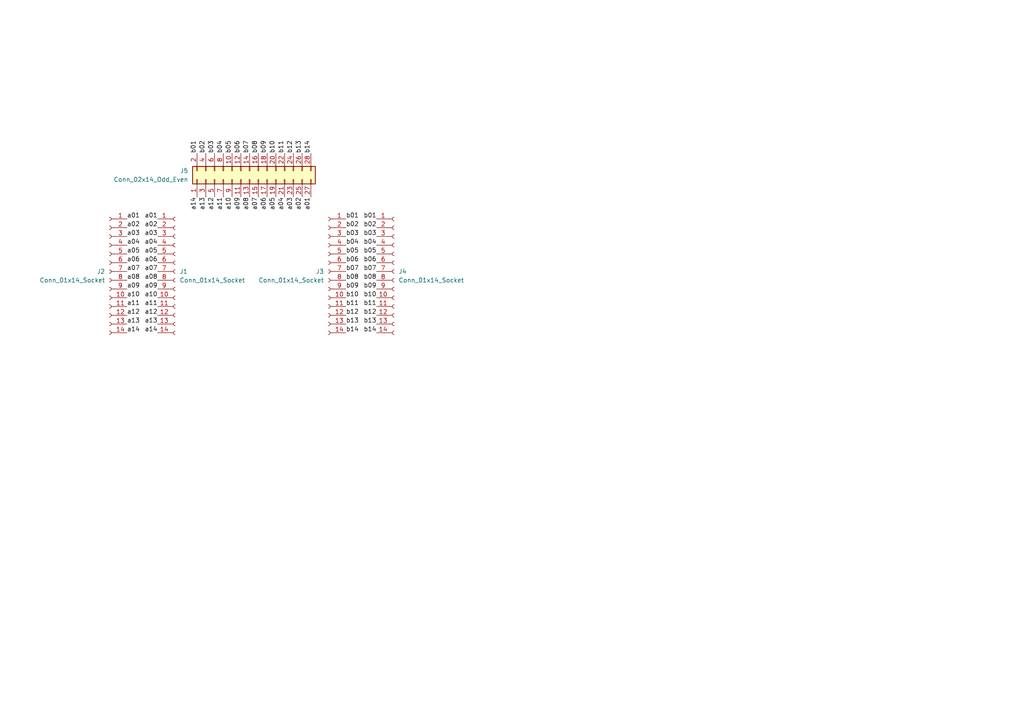
<source format=kicad_sch>
(kicad_sch (version 20231120) (generator "eeschema") (generator_version "8.0")
  (paper "A4")
  (lib_symbols
    (symbol "Connector:Conn_01x14_Socket" (pin_names (offset 1.016) hide)
      (property "Reference" "J" (at 0 17.78 0))
      (property "Value" "Conn_01x14_Socket" (at 0 -20.32 0))
      (symbol "Conn_01x14_Socket_1_1"
        (arc (start 0 -17.272) (mid -0.5058 -17.78) (end 0 -18.288) (stroke (width 0.1524)))
        (arc (start 0 -14.732) (mid -0.5058 -15.24) (end 0 -15.748) (stroke (width 0.1524)))
        (arc (start 0 -12.192) (mid -0.5058 -12.7) (end 0 -13.208) (stroke (width 0.1524)))
        (arc (start 0 -9.652) (mid -0.5058 -10.16) (end 0 -10.668) (stroke (width 0.1524)))
        (arc (start 0 -7.112) (mid -0.5058 -7.62) (end 0 -8.128) (stroke (width 0.1524)))
        (arc (start 0 -4.572) (mid -0.5058 -5.08) (end 0 -5.588) (stroke (width 0.1524)))
        (arc (start 0 -2.032) (mid -0.5058 -2.54) (end 0 -3.048) (stroke (width 0.1524)))
        (polyline (pts (xy -1.27 -17.78) (xy -0.508 -17.78)) (stroke (width 0.1524)))
        (polyline (pts (xy -1.27 -15.24) (xy -0.508 -15.24)) (stroke (width 0.1524)))
        (polyline (pts (xy -1.27 -12.7) (xy -0.508 -12.7)) (stroke (width 0.1524)))
        (polyline (pts (xy -1.27 -10.16) (xy -0.508 -10.16)) (stroke (width 0.1524)))
        (polyline (pts (xy -1.27 -7.62) (xy -0.508 -7.62)) (stroke (width 0.1524)))
        (polyline (pts (xy -1.27 -5.08) (xy -0.508 -5.08)) (stroke (width 0.1524)))
        (polyline (pts (xy -1.27 -2.54) (xy -0.508 -2.54)) (stroke (width 0.1524)))
        (polyline (pts (xy -1.27 0) (xy -0.508 0)) (stroke (width 0.1524)))
        (polyline (pts (xy -1.27 2.54) (xy -0.508 2.54)) (stroke (width 0.1524)))
        (polyline (pts (xy -1.27 5.08) (xy -0.508 5.08)) (stroke (width 0.1524)))
        (polyline (pts (xy -1.27 7.62) (xy -0.508 7.62)) (stroke (width 0.1524)))
        (polyline (pts (xy -1.27 10.16) (xy -0.508 10.16)) (stroke (width 0.1524)))
        (polyline (pts (xy -1.27 12.7) (xy -0.508 12.7)) (stroke (width 0.1524)))
        (polyline (pts (xy -1.27 15.24) (xy -0.508 15.24)) (stroke (width 0.1524)))
        (arc (start 0 0.508) (mid -0.5058 0) (end 0 -0.508) (stroke (width 0.1524)))
        (arc (start 0 3.048) (mid -0.5058 2.54) (end 0 2.032) (stroke (width 0.1524)))
        (arc (start 0 5.588) (mid -0.5058 5.08) (end 0 4.572) (stroke (width 0.1524)))
        (arc (start 0 8.128) (mid -0.5058 7.62) (end 0 7.112) (stroke (width 0.1524)))
        (arc (start 0 10.668) (mid -0.5058 10.16) (end 0 9.652) (stroke (width 0.1524)))
        (arc (start 0 13.208) (mid -0.5058 12.7) (end 0 12.192) (stroke (width 0.1524)))
        (arc (start 0 15.748) (mid -0.5058 15.24) (end 0 14.732) (stroke (width 0.1524)))
        (pin passive line (at -5.08 15.24 0) (length 3.81) (name "Pin_1") (number "1"))
        (pin passive line (at -5.08 -7.62 0) (length 3.81) (name "Pin_10") (number "10"))
        (pin passive line (at -5.08 -10.16 0) (length 3.81) (name "Pin_11") (number "11"))
        (pin passive line (at -5.08 -12.7 0) (length 3.81) (name "Pin_12") (number "12"))
        (pin passive line (at -5.08 -15.24 0) (length 3.81) (name "Pin_13") (number "13"))
        (pin passive line (at -5.08 -17.78 0) (length 3.81) (name "Pin_14") (number "14"))
        (pin passive line (at -5.08 12.7 0) (length 3.81) (name "Pin_2") (number "2"))
        (pin passive line (at -5.08 10.16 0) (length 3.81) (name "Pin_3") (number "3"))
        (pin passive line (at -5.08 7.62 0) (length 3.81) (name "Pin_4") (number "4"))
        (pin passive line (at -5.08 5.08 0) (length 3.81) (name "Pin_5") (number "5"))
        (pin passive line (at -5.08 2.54 0) (length 3.81) (name "Pin_6") (number "6"))
        (pin passive line (at -5.08 0 0) (length 3.81) (name "Pin_7") (number "7"))
        (pin passive line (at -5.08 -2.54 0) (length 3.81) (name "Pin_8") (number "8"))
        (pin passive line (at -5.08 -5.08 0) (length 3.81) (name "Pin_9") (number "9"))
      )
    )
    (symbol "Connector_Generic:Conn_02x14_Odd_Even" (pin_names (offset 1.016) hide)
      (property "Reference" "J" (at 1.27 17.78 0))
      (property "Value" "Conn_02x14_Odd_Even" (at 1.27 -20.32 0))
      (symbol "Conn_02x14_Odd_Even_1_1"
        (rectangle (start -1.27 -17.653) (end 0 -17.907) (stroke (width 0.1524)))
        (rectangle (start -1.27 -15.113) (end 0 -15.367) (stroke (width 0.1524)))
        (rectangle (start -1.27 -12.573) (end 0 -12.827) (stroke (width 0.1524)))
        (rectangle (start -1.27 -10.033) (end 0 -10.287) (stroke (width 0.1524)))
        (rectangle (start -1.27 -7.493) (end 0 -7.747) (stroke (width 0.1524)))
        (rectangle (start -1.27 -4.953) (end 0 -5.207) (stroke (width 0.1524)))
        (rectangle (start -1.27 -2.413) (end 0 -2.667) (stroke (width 0.1524)))
        (rectangle (start -1.27 0.127) (end 0 -0.127) (stroke (width 0.1524)))
        (rectangle (start -1.27 2.667) (end 0 2.413) (stroke (width 0.1524)))
        (rectangle (start -1.27 5.207) (end 0 4.953) (stroke (width 0.1524)))
        (rectangle (start -1.27 7.747) (end 0 7.493) (stroke (width 0.1524)))
        (rectangle (start -1.27 10.287) (end 0 10.033) (stroke (width 0.1524)))
        (rectangle (start -1.27 12.827) (end 0 12.573) (stroke (width 0.1524)))
        (rectangle (start -1.27 15.367) (end 0 15.113) (stroke (width 0.1524)))
        (rectangle (start -1.27 16.51) (end 3.81 -19.05) (stroke (width 0.254)) (fill (type background)))
        (rectangle (start 3.81 -17.653) (end 2.54 -17.907) (stroke (width 0.1524)))
        (rectangle (start 3.81 -15.113) (end 2.54 -15.367) (stroke (width 0.1524)))
        (rectangle (start 3.81 -12.573) (end 2.54 -12.827) (stroke (width 0.1524)))
        (rectangle (start 3.81 -10.033) (end 2.54 -10.287) (stroke (width 0.1524)))
        (rectangle (start 3.81 -7.493) (end 2.54 -7.747) (stroke (width 0.1524)))
        (rectangle (start 3.81 -4.953) (end 2.54 -5.207) (stroke (width 0.1524)))
        (rectangle (start 3.81 -2.413) (end 2.54 -2.667) (stroke (width 0.1524)))
        (rectangle (start 3.81 0.127) (end 2.54 -0.127) (stroke (width 0.1524)))
        (rectangle (start 3.81 2.667) (end 2.54 2.413) (stroke (width 0.1524)))
        (rectangle (start 3.81 5.207) (end 2.54 4.953) (stroke (width 0.1524)))
        (rectangle (start 3.81 7.747) (end 2.54 7.493) (stroke (width 0.1524)))
        (rectangle (start 3.81 10.287) (end 2.54 10.033) (stroke (width 0.1524)))
        (rectangle (start 3.81 12.827) (end 2.54 12.573) (stroke (width 0.1524)))
        (rectangle (start 3.81 15.367) (end 2.54 15.113) (stroke (width 0.1524)))
        (pin passive line (at -5.08 15.24 0) (length 3.81) (name "Pin_1") (number "1"))
        (pin passive line (at 7.62 5.08 180) (length 3.81) (name "Pin_10") (number "10"))
        (pin passive line (at -5.08 2.54 0) (length 3.81) (name "Pin_11") (number "11"))
        (pin passive line (at 7.62 2.54 180) (length 3.81) (name "Pin_12") (number "12"))
        (pin passive line (at -5.08 0 0) (length 3.81) (name "Pin_13") (number "13"))
        (pin passive line (at 7.62 0 180) (length 3.81) (name "Pin_14") (number "14"))
        (pin passive line (at -5.08 -2.54 0) (length 3.81) (name "Pin_15") (number "15"))
        (pin passive line (at 7.62 -2.54 180) (length 3.81) (name "Pin_16") (number "16"))
        (pin passive line (at -5.08 -5.08 0) (length 3.81) (name "Pin_17") (number "17"))
        (pin passive line (at 7.62 -5.08 180) (length 3.81) (name "Pin_18") (number "18"))
        (pin passive line (at -5.08 -7.62 0) (length 3.81) (name "Pin_19") (number "19"))
        (pin passive line (at 7.62 15.24 180) (length 3.81) (name "Pin_2") (number "2"))
        (pin passive line (at 7.62 -7.62 180) (length 3.81) (name "Pin_20") (number "20"))
        (pin passive line (at -5.08 -10.16 0) (length 3.81) (name "Pin_21") (number "21"))
        (pin passive line (at 7.62 -10.16 180) (length 3.81) (name "Pin_22") (number "22"))
        (pin passive line (at -5.08 -12.7 0) (length 3.81) (name "Pin_23") (number "23"))
        (pin passive line (at 7.62 -12.7 180) (length 3.81) (name "Pin_24") (number "24"))
        (pin passive line (at -5.08 -15.24 0) (length 3.81) (name "Pin_25") (number "25"))
        (pin passive line (at 7.62 -15.24 180) (length 3.81) (name "Pin_26") (number "26"))
        (pin passive line (at -5.08 -17.78 0) (length 3.81) (name "Pin_27") (number "27"))
        (pin passive line (at 7.62 -17.78 180) (length 3.81) (name "Pin_28") (number "28"))
        (pin passive line (at -5.08 12.7 0) (length 3.81) (name "Pin_3") (number "3"))
        (pin passive line (at 7.62 12.7 180) (length 3.81) (name "Pin_4") (number "4"))
        (pin passive line (at -5.08 10.16 0) (length 3.81) (name "Pin_5") (number "5"))
        (pin passive line (at 7.62 10.16 180) (length 3.81) (name "Pin_6") (number "6"))
        (pin passive line (at -5.08 7.62 0) (length 3.81) (name "Pin_7") (number "7"))
        (pin passive line (at 7.62 7.62 180) (length 3.81) (name "Pin_8") (number "8"))
        (pin passive line (at -5.08 5.08 0) (length 3.81) (name "Pin_9") (number "9"))
      )
    )
  )
  (label "b01" (at 57.15 44.45 90))
  (label "a03" (at 85.09 57.15 270))
  (label "a09" (at 36.83 83.82 0))
  (label "a11" (at 64.77 57.15 270))
  (label "b04" (at 100.33 71.12 0))
  (label "a07" (at 74.93 57.15 270))
  (label "b13" (at 87.63 44.45 90))
  (label "b01" (at 109.22 63.5 180))
  (label "b10" (at 109.22 86.36 180))
  (label "a01" (at 36.83 63.5 0))
  (label "b07" (at 109.22 78.74 180))
  (label "a06" (at 36.83 76.2 0))
  (label "b11" (at 100.33 88.9 0))
  (label "a04" (at 45.72 71.12 180))
  (label "a11" (at 36.83 88.9 0))
  (label "b06" (at 69.85 44.45 90))
  (label "b06" (at 100.33 76.2 0))
  (label "a06" (at 45.72 76.2 180))
  (label "b09" (at 77.47 44.45 90))
  (label "b08" (at 109.22 81.28 180))
  (label "a13" (at 36.83 93.98 0))
  (label "b04" (at 109.22 71.12 180))
  (label "a10" (at 67.31 57.15 270))
  (label "a01" (at 45.72 63.5 180))
  (label "b08" (at 100.33 81.28 0))
  (label "b13" (at 109.22 93.98 180))
  (label "a13" (at 59.69 57.15 270))
  (label "b10" (at 80.01 44.45 90))
  (label "b09" (at 109.22 83.82 180))
  (label "b07" (at 100.33 78.74 0))
  (label "b13" (at 100.33 93.98 0))
  (label "a14" (at 45.72 96.52 180))
  (label "b02" (at 59.69 44.45 90))
  (label "a09" (at 45.72 83.82 180))
  (label "b03" (at 100.33 68.58 0))
  (label "b11" (at 109.22 88.9 180))
  (label "b05" (at 100.33 73.66 0))
  (label "a05" (at 36.83 73.66 0))
  (label "b12" (at 109.22 91.44 180))
  (label "b07" (at 72.39 44.45 90))
  (label "b03" (at 62.23 44.45 90))
  (label "b05" (at 109.22 73.66 180))
  (label "b14" (at 109.22 96.52 180))
  (label "b08" (at 74.93 44.45 90))
  (label "a10" (at 36.83 86.36 0))
  (label "b03" (at 109.22 68.58 180))
  (label "b14" (at 100.33 96.52 0))
  (label "b06" (at 109.22 76.2 180))
  (label "b14" (at 90.17 44.45 90))
  (label "a03" (at 36.83 68.58 0))
  (label "a14" (at 36.83 96.52 0))
  (label "a11" (at 45.72 88.9 180))
  (label "a13" (at 45.72 93.98 180))
  (label "a14" (at 57.15 57.15 270))
  (label "b04" (at 64.77 44.45 90))
  (label "a02" (at 45.72 66.04 180))
  (label "b11" (at 82.55 44.45 90))
  (label "b01" (at 100.33 63.5 0))
  (label "b09" (at 100.33 83.82 0))
  (label "a09" (at 69.85 57.15 270))
  (label "a08" (at 72.39 57.15 270))
  (label "a01" (at 90.17 57.15 270))
  (label "a06" (at 77.47 57.15 270))
  (label "a05" (at 80.01 57.15 270))
  (label "b10" (at 100.33 86.36 0))
  (label "a05" (at 45.72 73.66 180))
  (label "b05" (at 67.31 44.45 90))
  (label "a03" (at 45.72 68.58 180))
  (label "a08" (at 45.72 81.28 180))
  (label "a04" (at 82.55 57.15 270))
  (label "a10" (at 45.72 86.36 180))
  (label "b12" (at 100.33 91.44 0))
  (label "a08" (at 36.83 81.28 0))
  (label "a02" (at 87.63 57.15 270))
  (label "b02" (at 100.33 66.04 0))
  (label "a04" (at 36.83 71.12 0))
  (label "a02" (at 36.83 66.04 0))
  (label "b02" (at 109.22 66.04 180))
  (label "a07" (at 45.72 78.74 180))
  (label "b12" (at 85.09 44.45 90))
  (label "a12" (at 36.83 91.44 0))
  (label "a12" (at 45.72 91.44 180))
  (label "a07" (at 36.83 78.74 0))
  (label "a12" (at 62.23 57.15 270))
  (symbol (lib_id "Connector:Conn_01x14_Socket") (at 31.75 78.74 0) (mirror y) (unit 1)
    (property "Reference" "J2" (at 30.48 78.7399 0) (effects (justify left)))
    (property "Value" "Conn_01x14_Socket" (at 30.48 81.2799 0) (effects (justify left)))
    (property "Footprint" "Connector_PinSocket_2.54mm:PinSocket_1x14_P2.54mm_Vertical" (effects (hide yes)))
    (property "Description" "Generic connector, single row, 01x14, script generated" (effects (hide yes)))
  )
  (symbol (lib_id "Connector:Conn_01x14_Socket") (at 114.3 78.74 0) (unit 1)
    (property "Reference" "J4" (at 115.57 78.7399 0) (effects (justify left)))
    (property "Value" "Conn_01x14_Socket" (at 115.57 81.2799 0) (effects (justify left)))
    (property "Footprint" "Connector_PinSocket_2.54mm:PinSocket_1x14_P2.54mm_Vertical" (effects (hide yes)))
    (property "Description" "Generic connector, single row, 01x14, script generated" (effects (hide yes)))
  )
  (symbol (lib_id "Connector:Conn_01x14_Socket") (at 95.25 78.74 0) (mirror y) (unit 1)
    (property "Reference" "J3" (at 93.98 78.7399 0) (effects (justify left)))
    (property "Value" "Conn_01x14_Socket" (at 93.98 81.2799 0) (effects (justify left)))
    (property "Footprint" "Connector_PinSocket_2.54mm:PinSocket_1x14_P2.54mm_Vertical" (effects (hide yes)))
    (property "Description" "Generic connector, single row, 01x14, script generated" (effects (hide yes)))
  )
  (symbol (lib_id "Connector_Generic:Conn_02x14_Odd_Even") (at 72.39 52.07 90) (unit 1)
    (property "Reference" "J5" (at 54.61 49.5299 90) (effects (justify left)))
    (property "Value" "Conn_02x14_Odd_Even" (at 54.61 52.0699 90) (effects (justify left)))
    (property "Footprint" "Connector_PinHeader_2.54mm:PinHeader_2x14_P2.54mm_Horizontal" (effects (hide yes)))
    (property "Description" "Generic connector, double row, 02x14, odd/even pin numbering scheme (row 1 odd numbers, row 2 even numbers), script generated (kicad-library-utils/schlib/autogen/connector/)" (effects (hide yes)))
  )
  (symbol (lib_id "Connector:Conn_01x14_Socket") (at 50.8 78.74 0) (unit 1)
    (property "Reference" "J1" (at 52.07 78.7399 0) (effects (justify left)))
    (property "Value" "Conn_01x14_Socket" (at 52.07 81.2799 0) (effects (justify left)))
    (property "Footprint" "Connector_PinSocket_2.54mm:PinSocket_1x14_P2.54mm_Vertical" (effects (hide yes)))
    (property "Description" "Generic connector, single row, 01x14, script generated" (effects (hide yes)))
  )
)
</source>
